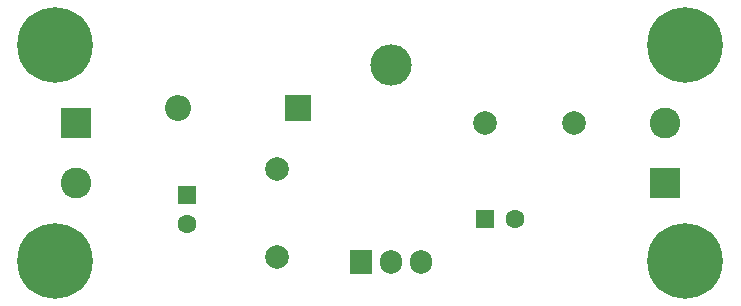
<source format=gbr>
%TF.GenerationSoftware,KiCad,Pcbnew,7.0.10*%
%TF.CreationDate,2024-02-07T21:18:28+06:30*%
%TF.ProjectId,7805,37383035-2e6b-4696-9361-645f70636258,rev?*%
%TF.SameCoordinates,PXa990340PY791ddc0*%
%TF.FileFunction,Soldermask,Top*%
%TF.FilePolarity,Negative*%
%FSLAX46Y46*%
G04 Gerber Fmt 4.6, Leading zero omitted, Abs format (unit mm)*
G04 Created by KiCad (PCBNEW 7.0.10) date 2024-02-07 21:18:28*
%MOMM*%
%LPD*%
G01*
G04 APERTURE LIST*
%ADD10R,1.600000X1.600000*%
%ADD11C,1.600000*%
%ADD12R,2.600000X2.600000*%
%ADD13C,2.600000*%
%ADD14C,2.000000*%
%ADD15C,6.400000*%
%ADD16R,2.200000X2.200000*%
%ADD17O,2.200000X2.200000*%
%ADD18O,3.500000X3.500000*%
%ADD19R,1.905000X2.000000*%
%ADD20O,1.905000X2.000000*%
G04 APERTURE END LIST*
D10*
%TO.C,C3*%
X39942888Y7112000D03*
D11*
X42442888Y7112000D03*
%TD*%
D12*
%TO.C,J2*%
X55169000Y10155000D03*
D13*
X55169000Y15235000D03*
%TD*%
D10*
%TO.C,C1*%
X14732000Y9144000D03*
D11*
X14732000Y6644000D03*
%TD*%
D14*
%TO.C,C2*%
X22352000Y3870000D03*
X22352000Y11370000D03*
%TD*%
D12*
%TO.C,J1*%
X5334000Y15245000D03*
D13*
X5334000Y10165000D03*
%TD*%
D15*
%TO.C,H2*%
X3556000Y3556000D03*
%TD*%
D16*
%TO.C,D1*%
X24130000Y16510000D03*
D17*
X13970000Y16510000D03*
%TD*%
D14*
%TO.C,C4*%
X47438000Y15240000D03*
X39938000Y15240000D03*
%TD*%
D15*
%TO.C,H1*%
X3556000Y21844000D03*
%TD*%
D18*
%TO.C,U1*%
X32004000Y20130000D03*
D19*
X29464000Y3470000D03*
D20*
X32004000Y3470000D03*
X34544000Y3470000D03*
%TD*%
D15*
%TO.C,H3*%
X56896000Y21844000D03*
%TD*%
%TO.C,H4*%
X56896000Y3556000D03*
%TD*%
M02*

</source>
